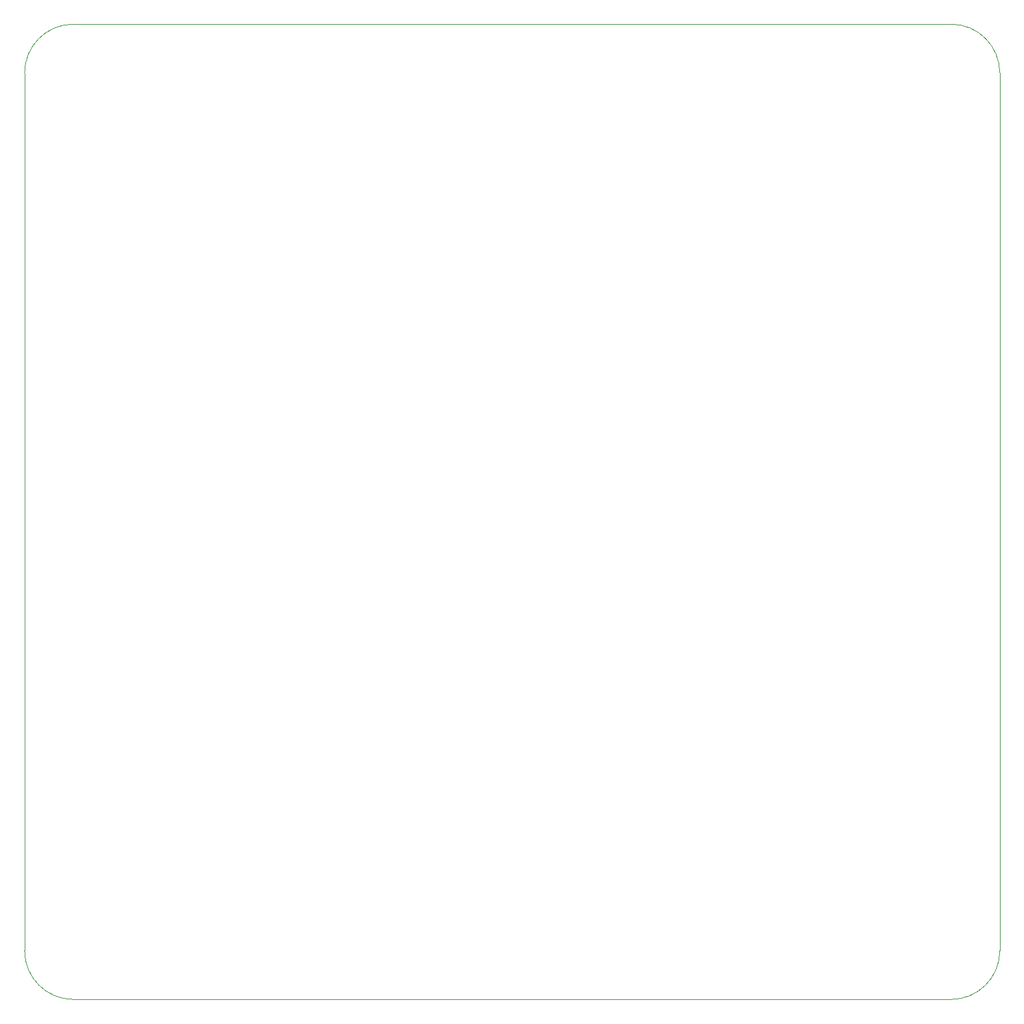
<source format=gbr>
%TF.GenerationSoftware,KiCad,Pcbnew,(5.1.10)-1*%
%TF.CreationDate,2022-03-27T12:35:49-04:00*%
%TF.ProjectId,M5TC-2022-U4BN,4d355443-2d32-4303-9232-2d5534424e2e,rev?*%
%TF.SameCoordinates,Original*%
%TF.FileFunction,Profile,NP*%
%FSLAX46Y46*%
G04 Gerber Fmt 4.6, Leading zero omitted, Abs format (unit mm)*
G04 Created by KiCad (PCBNEW (5.1.10)-1) date 2022-03-27 12:35:49*
%MOMM*%
%LPD*%
G01*
G04 APERTURE LIST*
%TA.AperFunction,Profile*%
%ADD10C,0.050000*%
%TD*%
G04 APERTURE END LIST*
D10*
X152400000Y-222250000D02*
X152400000Y-107950000D01*
X273050000Y-228600000D02*
X158750000Y-228600000D01*
X279400000Y-107950000D02*
X279400000Y-222250000D01*
X158750000Y-101600000D02*
X273050000Y-101600000D01*
X279400000Y-222250000D02*
G75*
G02*
X273050000Y-228600000I-6350000J0D01*
G01*
X158750000Y-228600000D02*
G75*
G02*
X152400000Y-222250000I0J6350000D01*
G01*
X273050000Y-101600000D02*
G75*
G02*
X279400000Y-107950000I0J-6350000D01*
G01*
X152400000Y-107950000D02*
G75*
G02*
X158750000Y-101600000I6350000J0D01*
G01*
M02*

</source>
